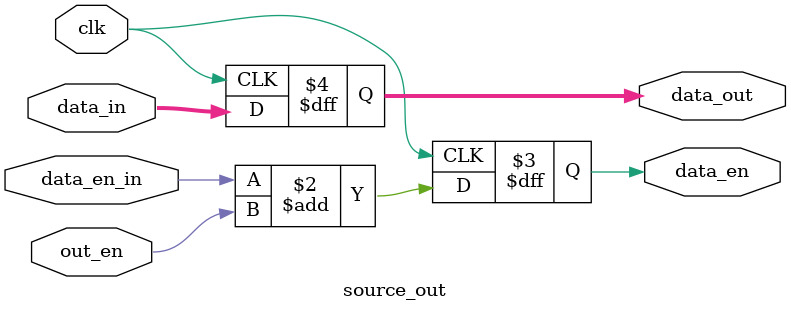
<source format=v>
module source_out(
	input clk,
	input data_en_in,
	input out_en,
	input [7:0] data_in,
	output reg data_en,
	output reg [7:0] data_out
	);

always @(posedge clk)
begin
	data_en <= data_en_in + out_en;
	data_out <= data_in;
end

endmodule

</source>
